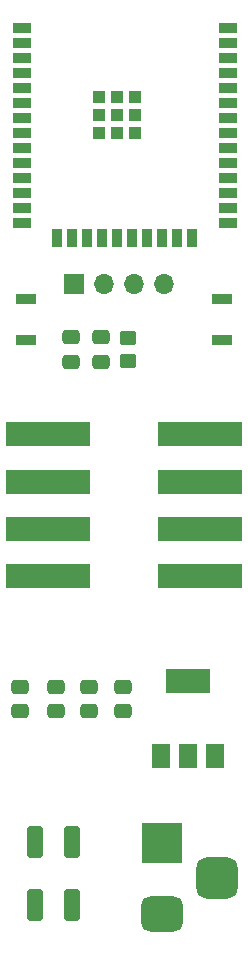
<source format=gts>
%TF.GenerationSoftware,KiCad,Pcbnew,(6.0.2)*%
%TF.CreationDate,2022-02-19T19:11:57+01:00*%
%TF.ProjectId,hexalight,68657861-6c69-4676-9874-2e6b69636164,rev?*%
%TF.SameCoordinates,Original*%
%TF.FileFunction,Soldermask,Top*%
%TF.FilePolarity,Negative*%
%FSLAX46Y46*%
G04 Gerber Fmt 4.6, Leading zero omitted, Abs format (unit mm)*
G04 Created by KiCad (PCBNEW (6.0.2)) date 2022-02-19 19:11:57*
%MOMM*%
%LPD*%
G01*
G04 APERTURE LIST*
G04 Aperture macros list*
%AMRoundRect*
0 Rectangle with rounded corners*
0 $1 Rounding radius*
0 $2 $3 $4 $5 $6 $7 $8 $9 X,Y pos of 4 corners*
0 Add a 4 corners polygon primitive as box body*
4,1,4,$2,$3,$4,$5,$6,$7,$8,$9,$2,$3,0*
0 Add four circle primitives for the rounded corners*
1,1,$1+$1,$2,$3*
1,1,$1+$1,$4,$5*
1,1,$1+$1,$6,$7*
1,1,$1+$1,$8,$9*
0 Add four rect primitives between the rounded corners*
20,1,$1+$1,$2,$3,$4,$5,0*
20,1,$1+$1,$4,$5,$6,$7,0*
20,1,$1+$1,$6,$7,$8,$9,0*
20,1,$1+$1,$8,$9,$2,$3,0*%
G04 Aperture macros list end*
%ADD10RoundRect,0.250000X0.450000X-0.350000X0.450000X0.350000X-0.450000X0.350000X-0.450000X-0.350000X0*%
%ADD11R,1.700000X0.900000*%
%ADD12R,1.500000X2.000000*%
%ADD13R,3.800000X2.000000*%
%ADD14R,1.500000X0.900000*%
%ADD15R,0.900000X1.500000*%
%ADD16R,1.050000X1.050000*%
%ADD17RoundRect,0.250000X0.412500X1.100000X-0.412500X1.100000X-0.412500X-1.100000X0.412500X-1.100000X0*%
%ADD18RoundRect,0.250000X-0.475000X0.337500X-0.475000X-0.337500X0.475000X-0.337500X0.475000X0.337500X0*%
%ADD19R,7.100000X2.000000*%
%ADD20RoundRect,0.250000X0.475000X-0.337500X0.475000X0.337500X-0.475000X0.337500X-0.475000X-0.337500X0*%
%ADD21R,1.700000X1.700000*%
%ADD22O,1.700000X1.700000*%
%ADD23R,3.500000X3.500000*%
%ADD24RoundRect,0.750000X1.000000X-0.750000X1.000000X0.750000X-1.000000X0.750000X-1.000000X-0.750000X0*%
%ADD25RoundRect,0.875000X0.875000X-0.875000X0.875000X0.875000X-0.875000X0.875000X-0.875000X-0.875000X0*%
G04 APERTURE END LIST*
D10*
X148590000Y-73898000D03*
X148590000Y-71898000D03*
D11*
X139954000Y-72058000D03*
X139954000Y-68658000D03*
D12*
X151370000Y-107290000D03*
D13*
X153670000Y-100990000D03*
D12*
X153670000Y-107290000D03*
X155970000Y-107290000D03*
D14*
X139586000Y-45695000D03*
X139586000Y-46965000D03*
X139586000Y-48235000D03*
X139586000Y-49505000D03*
X139586000Y-50775000D03*
X139586000Y-52045000D03*
X139586000Y-53315000D03*
X139586000Y-54585000D03*
X139586000Y-55855000D03*
X139586000Y-57125000D03*
X139586000Y-58395000D03*
X139586000Y-59665000D03*
X139586000Y-60935000D03*
X139586000Y-62205000D03*
D15*
X142616000Y-63455000D03*
X143886000Y-63455000D03*
X145156000Y-63455000D03*
X146426000Y-63455000D03*
X147696000Y-63455000D03*
X148966000Y-63455000D03*
X150236000Y-63455000D03*
X151506000Y-63455000D03*
X152776000Y-63455000D03*
X154046000Y-63455000D03*
D14*
X157086000Y-62205000D03*
X157086000Y-60935000D03*
X157086000Y-59665000D03*
X157086000Y-58395000D03*
X157086000Y-57125000D03*
X157086000Y-55855000D03*
X157086000Y-54585000D03*
X157086000Y-53315000D03*
X157086000Y-52045000D03*
X157086000Y-50775000D03*
X157086000Y-49505000D03*
X157086000Y-48235000D03*
X157086000Y-46965000D03*
X157086000Y-45695000D03*
D16*
X149181000Y-53035000D03*
X149181000Y-51510000D03*
X146131000Y-53035000D03*
X146131000Y-51510000D03*
X147656000Y-51510000D03*
X149181000Y-54560000D03*
X146131000Y-54560000D03*
X147656000Y-54560000D03*
X147656000Y-53035000D03*
D11*
X156591000Y-72058000D03*
X156591000Y-68658000D03*
D17*
X143851500Y-114554000D03*
X140726500Y-114554000D03*
D18*
X142494000Y-101451500D03*
X142494000Y-103526500D03*
D19*
X154686000Y-80074000D03*
X154686000Y-84074000D03*
X154686000Y-88074000D03*
X154686000Y-92074000D03*
X141813000Y-92070000D03*
X141813000Y-88070000D03*
X141813000Y-84070000D03*
X141813000Y-80070000D03*
D20*
X146304000Y-73935500D03*
X146304000Y-71860500D03*
X143764000Y-73935500D03*
X143764000Y-71860500D03*
X139470000Y-103526500D03*
X139470000Y-101451500D03*
D17*
X143851500Y-119888000D03*
X140726500Y-119888000D03*
D21*
X144028000Y-67310000D03*
D22*
X146568000Y-67310000D03*
X149108000Y-67310000D03*
X151648000Y-67310000D03*
D23*
X151442500Y-114650000D03*
D24*
X151442500Y-120650000D03*
D25*
X156142500Y-117650000D03*
D18*
X148209000Y-101451500D03*
X148209000Y-103526500D03*
D20*
X145288000Y-103524500D03*
X145288000Y-101449500D03*
M02*

</source>
